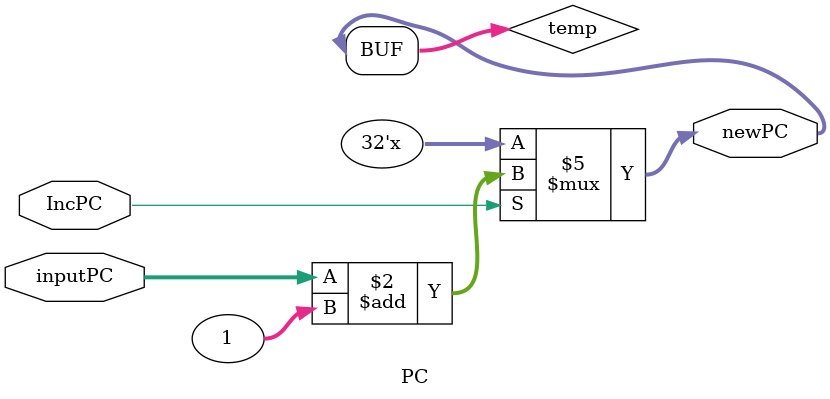
<source format=v>
`timescale 1ns / 10ps

module PC #(parameter qInitial = 90)(
    input IncPC,
    input [31:0] inputPC,
    output wire[31:0] newPC
    );
	reg [31:0] temp;
	initial temp = qInitial;
	
	always@(IncPC)begin
		if (IncPC)
		  temp = inputPC + 1;
	end
	assign newPC= temp;
endmodule

</source>
